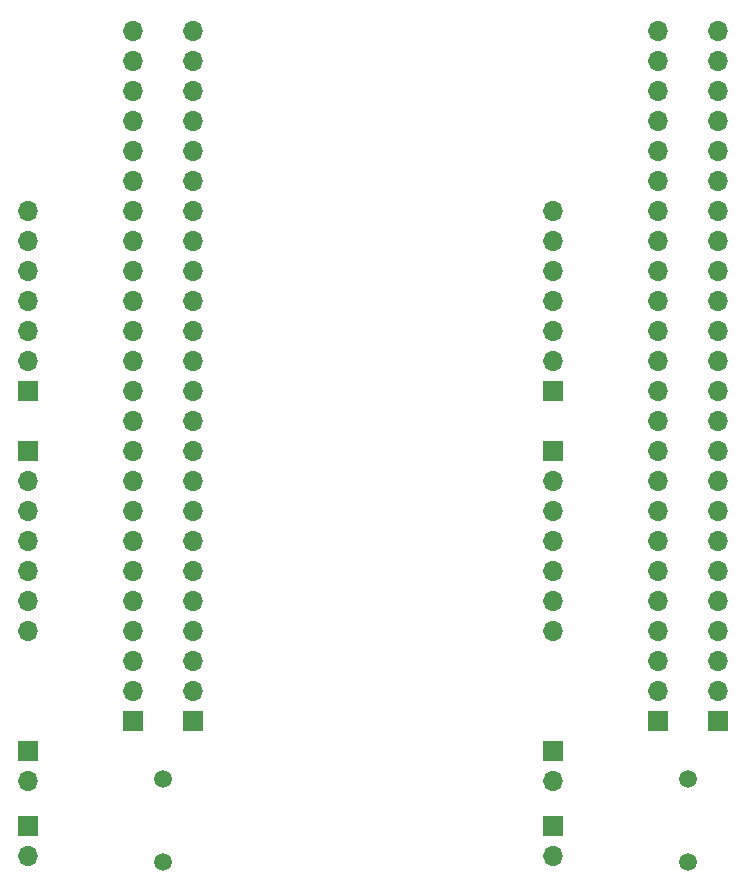
<source format=gbr>
%TF.GenerationSoftware,KiCad,Pcbnew,(5.1.8)-1*%
%TF.CreationDate,2021-03-08T12:32:49+01:00*%
%TF.ProjectId,Nes Sound Expansion,4e657320-536f-4756-9e64-20457870616e,rev?*%
%TF.SameCoordinates,Original*%
%TF.FileFunction,Soldermask,Bot*%
%TF.FilePolarity,Negative*%
%FSLAX46Y46*%
G04 Gerber Fmt 4.6, Leading zero omitted, Abs format (unit mm)*
G04 Created by KiCad (PCBNEW (5.1.8)-1) date 2021-03-08 12:32:49*
%MOMM*%
%LPD*%
G01*
G04 APERTURE LIST*
%ADD10C,1.500000*%
%ADD11R,1.700000X1.700000*%
%ADD12O,1.700000X1.700000*%
G04 APERTURE END LIST*
D10*
%TO.C,J6*%
X66040000Y-121140000D03*
X66040000Y-114140000D03*
%TD*%
D11*
%TO.C,J1*%
X54610000Y-86360000D03*
D12*
X54610000Y-88900000D03*
X54610000Y-91440000D03*
X54610000Y-93980000D03*
X54610000Y-96520000D03*
X54610000Y-99060000D03*
X54610000Y-101600000D03*
%TD*%
D11*
%TO.C,J3*%
X68580000Y-109220000D03*
D12*
X68580000Y-106680000D03*
X68580000Y-104140000D03*
X68580000Y-101600000D03*
X68580000Y-99060000D03*
X68580000Y-96520000D03*
X68580000Y-93980000D03*
X68580000Y-91440000D03*
X68580000Y-88900000D03*
X68580000Y-86360000D03*
X68580000Y-83820000D03*
X68580000Y-81280000D03*
X68580000Y-78740000D03*
X68580000Y-76200000D03*
X68580000Y-73660000D03*
X68580000Y-71120000D03*
X68580000Y-68580000D03*
X68580000Y-66040000D03*
X68580000Y-63500000D03*
X68580000Y-60960000D03*
X68580000Y-58420000D03*
X68580000Y-55880000D03*
X68580000Y-53340000D03*
X68580000Y-50800000D03*
%TD*%
D11*
%TO.C,J4*%
X63500000Y-109220000D03*
D12*
X63500000Y-106680000D03*
X63500000Y-104140000D03*
X63500000Y-101600000D03*
X63500000Y-99060000D03*
X63500000Y-96520000D03*
X63500000Y-93980000D03*
X63500000Y-91440000D03*
X63500000Y-88900000D03*
X63500000Y-86360000D03*
X63500000Y-83820000D03*
X63500000Y-81280000D03*
X63500000Y-78740000D03*
X63500000Y-76200000D03*
X63500000Y-73660000D03*
X63500000Y-71120000D03*
X63500000Y-68580000D03*
X63500000Y-66040000D03*
X63500000Y-63500000D03*
X63500000Y-60960000D03*
X63500000Y-58420000D03*
X63500000Y-55880000D03*
X63500000Y-53340000D03*
X63500000Y-50800000D03*
%TD*%
D11*
%TO.C,J7*%
X54610000Y-111760000D03*
D12*
X54610000Y-114300000D03*
%TD*%
D11*
%TO.C,J2*%
X54610000Y-81280000D03*
D12*
X54610000Y-78740000D03*
X54610000Y-76200000D03*
X54610000Y-73660000D03*
X54610000Y-71120000D03*
X54610000Y-68580000D03*
X54610000Y-66040000D03*
%TD*%
D11*
%TO.C,J5*%
X54610000Y-118110000D03*
D12*
X54610000Y-120650000D03*
%TD*%
D10*
%TO.C,J6*%
X110490000Y-114140000D03*
X110490000Y-121140000D03*
%TD*%
D12*
%TO.C,J2*%
X99060000Y-66040000D03*
X99060000Y-68580000D03*
X99060000Y-71120000D03*
X99060000Y-73660000D03*
X99060000Y-76200000D03*
X99060000Y-78740000D03*
D11*
X99060000Y-81280000D03*
%TD*%
D12*
%TO.C,J1*%
X99060000Y-101600000D03*
X99060000Y-99060000D03*
X99060000Y-96520000D03*
X99060000Y-93980000D03*
X99060000Y-91440000D03*
X99060000Y-88900000D03*
D11*
X99060000Y-86360000D03*
%TD*%
D12*
%TO.C,J7*%
X99060000Y-114300000D03*
D11*
X99060000Y-111760000D03*
%TD*%
D12*
%TO.C,J5*%
X99060000Y-120650000D03*
D11*
X99060000Y-118110000D03*
%TD*%
D12*
%TO.C,J4*%
X107950000Y-50800000D03*
X107950000Y-53340000D03*
X107950000Y-55880000D03*
X107950000Y-58420000D03*
X107950000Y-60960000D03*
X107950000Y-63500000D03*
X107950000Y-66040000D03*
X107950000Y-68580000D03*
X107950000Y-71120000D03*
X107950000Y-73660000D03*
X107950000Y-76200000D03*
X107950000Y-78740000D03*
X107950000Y-81280000D03*
X107950000Y-83820000D03*
X107950000Y-86360000D03*
X107950000Y-88900000D03*
X107950000Y-91440000D03*
X107950000Y-93980000D03*
X107950000Y-96520000D03*
X107950000Y-99060000D03*
X107950000Y-101600000D03*
X107950000Y-104140000D03*
X107950000Y-106680000D03*
D11*
X107950000Y-109220000D03*
%TD*%
D12*
%TO.C,J3*%
X113030000Y-50800000D03*
X113030000Y-53340000D03*
X113030000Y-55880000D03*
X113030000Y-58420000D03*
X113030000Y-60960000D03*
X113030000Y-63500000D03*
X113030000Y-66040000D03*
X113030000Y-68580000D03*
X113030000Y-71120000D03*
X113030000Y-73660000D03*
X113030000Y-76200000D03*
X113030000Y-78740000D03*
X113030000Y-81280000D03*
X113030000Y-83820000D03*
X113030000Y-86360000D03*
X113030000Y-88900000D03*
X113030000Y-91440000D03*
X113030000Y-93980000D03*
X113030000Y-96520000D03*
X113030000Y-99060000D03*
X113030000Y-101600000D03*
X113030000Y-104140000D03*
X113030000Y-106680000D03*
D11*
X113030000Y-109220000D03*
%TD*%
M02*

</source>
